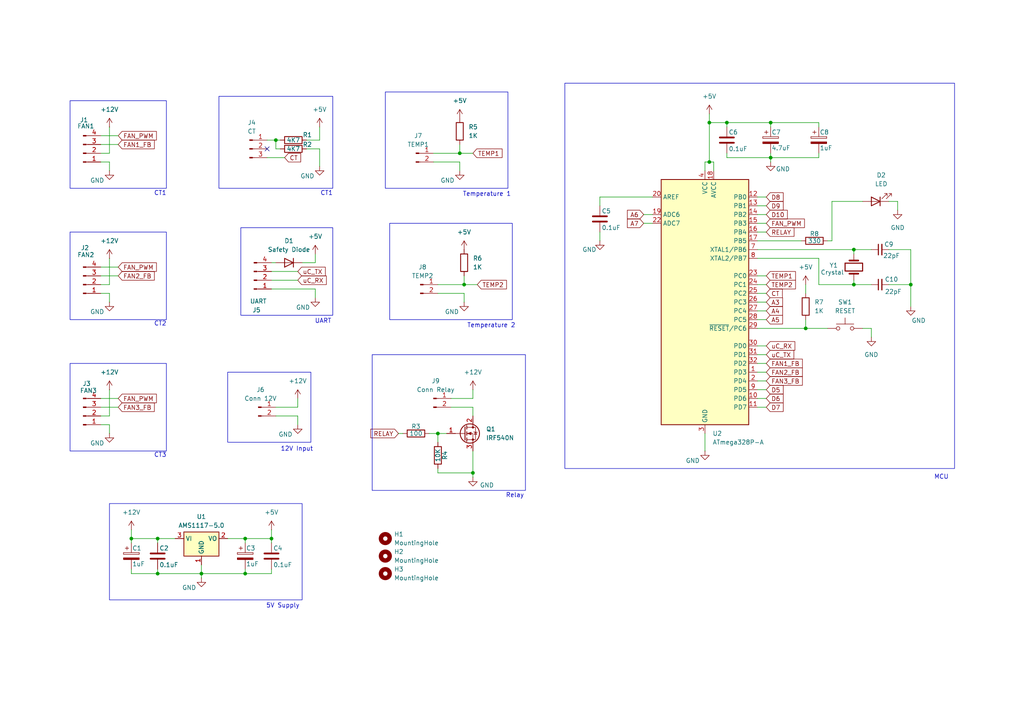
<source format=kicad_sch>
(kicad_sch (version 20231120) (generator "eeschema") (generator_version "8.0")
  (paper "A4")
  (lib_symbols
    (symbol "Connector:Conn_01x02_Pin" (pin_names (offset 1.016) hide)
      (property "Reference" "J" (at 0 2.54 0))
      (property "Value" "Conn_01x02_Pin" (at 0 -5.08 0))
      (symbol "Conn_01x02_Pin_1_1"
        (polyline (pts (xy 1.27 -2.54) (xy 0.8636 -2.54)) (stroke (width 0.1524)))
        (polyline (pts (xy 1.27 0) (xy 0.8636 0)) (stroke (width 0.1524)))
        (rectangle (start 0.8636 -2.413) (end 0 -2.667) (stroke (width 0.1524)) (fill (type outline)))
        (rectangle (start 0.8636 0.127) (end 0 -0.127) (stroke (width 0.1524)) (fill (type outline)))
        (pin passive line (at 5.08 0 180) (length 3.81) (name "Pin_1") (number "1"))
        (pin passive line (at 5.08 -2.54 180) (length 3.81) (name "Pin_2") (number "2"))
      )
    )
    (symbol "Connector:Conn_01x03_Pin" (pin_names (offset 1.016) hide)
      (property "Reference" "J" (at 0 5.08 0))
      (property "Value" "Conn_01x03_Pin" (at 0 -5.08 0))
      (symbol "Conn_01x03_Pin_1_1"
        (polyline (pts (xy 1.27 -2.54) (xy 0.8636 -2.54)) (stroke (width 0.1524)))
        (polyline (pts (xy 1.27 0) (xy 0.8636 0)) (stroke (width 0.1524)))
        (polyline (pts (xy 1.27 2.54) (xy 0.8636 2.54)) (stroke (width 0.1524)))
        (rectangle (start 0.8636 -2.413) (end 0 -2.667) (stroke (width 0.1524)) (fill (type outline)))
        (rectangle (start 0.8636 0.127) (end 0 -0.127) (stroke (width 0.1524)) (fill (type outline)))
        (rectangle (start 0.8636 2.667) (end 0 2.413) (stroke (width 0.1524)) (fill (type outline)))
        (pin passive line (at 5.08 2.54 180) (length 3.81) (name "Pin_1") (number "1"))
        (pin passive line (at 5.08 0 180) (length 3.81) (name "Pin_2") (number "2"))
        (pin passive line (at 5.08 -2.54 180) (length 3.81) (name "Pin_3") (number "3"))
      )
    )
    (symbol "Connector:Conn_01x04_Pin" (pin_names (offset 1.016) hide)
      (property "Reference" "J" (at 0 5.08 0))
      (property "Value" "Conn_01x04_Pin" (at 0 -7.62 0))
      (symbol "Conn_01x04_Pin_1_1"
        (polyline (pts (xy 1.27 -5.08) (xy 0.8636 -5.08)) (stroke (width 0.1524)))
        (polyline (pts (xy 1.27 -2.54) (xy 0.8636 -2.54)) (stroke (width 0.1524)))
        (polyline (pts (xy 1.27 0) (xy 0.8636 0)) (stroke (width 0.1524)))
        (polyline (pts (xy 1.27 2.54) (xy 0.8636 2.54)) (stroke (width 0.1524)))
        (rectangle (start 0.8636 -4.953) (end 0 -5.207) (stroke (width 0.1524)) (fill (type outline)))
        (rectangle (start 0.8636 -2.413) (end 0 -2.667) (stroke (width 0.1524)) (fill (type outline)))
        (rectangle (start 0.8636 0.127) (end 0 -0.127) (stroke (width 0.1524)) (fill (type outline)))
        (rectangle (start 0.8636 2.667) (end 0 2.413) (stroke (width 0.1524)) (fill (type outline)))
        (pin passive line (at 5.08 2.54 180) (length 3.81) (name "Pin_1") (number "1"))
        (pin passive line (at 5.08 0 180) (length 3.81) (name "Pin_2") (number "2"))
        (pin passive line (at 5.08 -2.54 180) (length 3.81) (name "Pin_3") (number "3"))
        (pin passive line (at 5.08 -5.08 180) (length 3.81) (name "Pin_4") (number "4"))
      )
    )
    (symbol "Device:C" (pin_numbers hide) (pin_names (offset 0.254))
      (property "Reference" "C" (at 0.635 2.54 0))
      (property "Value" "C" (at 0.635 -2.54 0))
      (symbol "C_0_1"
        (polyline (pts (xy -2.032 -0.762) (xy 2.032 -0.762)) (stroke (width 0.508)))
        (polyline (pts (xy -2.032 0.762) (xy 2.032 0.762)) (stroke (width 0.508)))
      )
      (symbol "C_1_1"
        (pin passive line (at 0 3.81 270) (length 2.794) (name "~") (number "1"))
        (pin passive line (at 0 -3.81 90) (length 2.794) (name "~") (number "2"))
      )
    )
    (symbol "Device:C_Polarized" (pin_numbers hide) (pin_names (offset 0.254))
      (property "Reference" "C" (at 0.635 2.54 0))
      (property "Value" "C_Polarized" (at 0.635 -2.54 0))
      (symbol "C_Polarized_0_1"
        (rectangle (start -2.286 0.508) (end 2.286 1.016))
        (polyline (pts (xy -1.778 2.286) (xy -0.762 2.286)))
        (polyline (pts (xy -1.27 2.794) (xy -1.27 1.778)))
        (rectangle (start 2.286 -0.508) (end -2.286 -1.016) (fill (type outline)))
      )
      (symbol "C_Polarized_1_1"
        (pin passive line (at 0 3.81 270) (length 2.794) (name "~") (number "1"))
        (pin passive line (at 0 -3.81 90) (length 2.794) (name "~") (number "2"))
      )
    )
    (symbol "Device:C_Small" (pin_numbers hide) (pin_names (offset 0.254) hide)
      (property "Reference" "C" (at 0.254 1.778 0))
      (property "Value" "C_Small" (at 0.254 -2.032 0))
      (symbol "C_Small_0_1"
        (polyline (pts (xy -1.524 -0.508) (xy 1.524 -0.508)) (stroke (width 0.3302)))
        (polyline (pts (xy -1.524 0.508) (xy 1.524 0.508)) (stroke (width 0.3048)))
      )
      (symbol "C_Small_1_1"
        (pin passive line (at 0 2.54 270) (length 2.032) (name "~") (number "1"))
        (pin passive line (at 0 -2.54 90) (length 2.032) (name "~") (number "2"))
      )
    )
    (symbol "Device:Crystal" (pin_numbers hide) (pin_names (offset 1.016) hide)
      (property "Reference" "Y" (at 0 3.81 0))
      (property "Value" "Crystal" (at 0 -3.81 0))
      (symbol "Crystal_0_1"
        (rectangle (start -1.143 2.54) (end 1.143 -2.54) (stroke (width 0.3048)))
        (polyline (pts (xy -2.54 0) (xy -1.905 0)))
        (polyline (pts (xy -1.905 -1.27) (xy -1.905 1.27)) (stroke (width 0.508)))
        (polyline (pts (xy 1.905 -1.27) (xy 1.905 1.27)) (stroke (width 0.508)))
        (polyline (pts (xy 2.54 0) (xy 1.905 0)))
      )
      (symbol "Crystal_1_1"
        (pin passive line (at -3.81 0 0) (length 1.27) (name "1") (number "1"))
        (pin passive line (at 3.81 0 180) (length 1.27) (name "2") (number "2"))
      )
    )
    (symbol "Device:D" (pin_numbers hide) (pin_names (offset 1.016) hide)
      (property "Reference" "D" (at 0 2.54 0))
      (property "Value" "D" (at 0 -2.54 0))
      (symbol "D_0_1"
        (polyline (pts (xy -1.27 1.27) (xy -1.27 -1.27)) (stroke (width 0.254)))
        (polyline (pts (xy 1.27 0) (xy -1.27 0)))
        (polyline (pts (xy 1.27 1.27) (xy 1.27 -1.27) (xy -1.27 0) (xy 1.27 1.27)) (stroke (width 0.254)))
      )
      (symbol "D_1_1"
        (pin passive line (at -3.81 0 0) (length 2.54) (name "K") (number "1"))
        (pin passive line (at 3.81 0 180) (length 2.54) (name "A") (number "2"))
      )
    )
    (symbol "Device:LED" (pin_numbers hide) (pin_names (offset 1.016) hide)
      (property "Reference" "D" (at 0 2.54 0))
      (property "Value" "LED" (at 0 -2.54 0))
      (symbol "LED_0_1"
        (polyline (pts (xy -1.27 -1.27) (xy -1.27 1.27)) (stroke (width 0.254)))
        (polyline (pts (xy -1.27 0) (xy 1.27 0)))
        (polyline (pts (xy 1.27 -1.27) (xy 1.27 1.27) (xy -1.27 0) (xy 1.27 -1.27)) (stroke (width 0.254)))
        (polyline (pts (xy -3.048 -0.762) (xy -4.572 -2.286) (xy -3.81 -2.286) (xy -4.572 -2.286) (xy -4.572 -1.524)))
        (polyline (pts (xy -1.778 -0.762) (xy -3.302 -2.286) (xy -2.54 -2.286) (xy -3.302 -2.286) (xy -3.302 -1.524)))
      )
      (symbol "LED_1_1"
        (pin passive line (at -3.81 0 0) (length 2.54) (name "K") (number "1"))
        (pin passive line (at 3.81 0 180) (length 2.54) (name "A") (number "2"))
      )
    )
    (symbol "Device:R" (pin_numbers hide) (pin_names (offset 0))
      (property "Reference" "R" (at 2.032 0 90))
      (property "Value" "R" (at 0 0 90))
      (symbol "R_0_1"
        (rectangle (start -1.016 -2.54) (end 1.016 2.54) (stroke (width 0.254)))
      )
      (symbol "R_1_1"
        (pin passive line (at 0 3.81 270) (length 1.27) (name "~") (number "1"))
        (pin passive line (at 0 -3.81 90) (length 1.27) (name "~") (number "2"))
      )
    )
    (symbol "MCU_Microchip_ATmega:ATmega328P-A"
      (property "Reference" "U" (at -12.7 36.83 0))
      (property "Value" "ATmega328P-A" (at 2.54 -36.83 0))
      (symbol "ATmega328P-A_0_1"
        (rectangle (start -12.7 -35.56) (end 12.7 35.56) (stroke (width 0.254)) (fill (type background)))
      )
      (symbol "ATmega328P-A_1_1"
        (pin bidirectional line (at 15.24 -20.32 180) (length 2.54) (name "PD3") (number "1"))
        (pin bidirectional line (at 15.24 -27.94 180) (length 2.54) (name "PD6") (number "10"))
        (pin bidirectional line (at 15.24 -30.48 180) (length 2.54) (name "PD7") (number "11"))
        (pin bidirectional line (at 15.24 30.48 180) (length 2.54) (name "PB0") (number "12"))
        (pin bidirectional line (at 15.24 27.94 180) (length 2.54) (name "PB1") (number "13"))
        (pin bidirectional line (at 15.24 25.4 180) (length 2.54) (name "PB2") (number "14"))
        (pin bidirectional line (at 15.24 22.86 180) (length 2.54) (name "PB3") (number "15"))
        (pin bidirectional line (at 15.24 20.32 180) (length 2.54) (name "PB4") (number "16"))
        (pin bidirectional line (at 15.24 17.78 180) (length 2.54) (name "PB5") (number "17"))
        (pin power_in line (at 2.54 38.1 270) (length 2.54) (name "AVCC") (number "18"))
        (pin input line (at -15.24 25.4 0) (length 2.54) (name "ADC6") (number "19"))
        (pin bidirectional line (at 15.24 -22.86 180) (length 2.54) (name "PD4") (number "2"))
        (pin passive line (at -15.24 30.48 0) (length 2.54) (name "AREF") (number "20"))
        (pin passive line (at 0 -38.1 90) (length 2.54) hide (name "GND") (number "21"))
        (pin input line (at -15.24 22.86 0) (length 2.54) (name "ADC7") (number "22"))
        (pin bidirectional line (at 15.24 7.62 180) (length 2.54) (name "PC0") (number "23"))
        (pin bidirectional line (at 15.24 5.08 180) (length 2.54) (name "PC1") (number "24"))
        (pin bidirectional line (at 15.24 2.54 180) (length 2.54) (name "PC2") (number "25"))
        (pin bidirectional line (at 15.24 0 180) (length 2.54) (name "PC3") (number "26"))
        (pin bidirectional line (at 15.24 -2.54 180) (length 2.54) (name "PC4") (number "27"))
        (pin bidirectional line (at 15.24 -5.08 180) (length 2.54) (name "PC5") (number "28"))
        (pin bidirectional line (at 15.24 -7.62 180) (length 2.54) (name "~{RESET}/PC6") (number "29"))
        (pin power_in line (at 0 -38.1 90) (length 2.54) (name "GND") (number "3"))
        (pin bidirectional line (at 15.24 -12.7 180) (length 2.54) (name "PD0") (number "30"))
        (pin bidirectional line (at 15.24 -15.24 180) (length 2.54) (name "PD1") (number "31"))
        (pin bidirectional line (at 15.24 -17.78 180) (length 2.54) (name "PD2") (number "32"))
        (pin power_in line (at 0 38.1 270) (length 2.54) (name "VCC") (number "4"))
        (pin passive line (at 0 -38.1 90) (length 2.54) hide (name "GND") (number "5"))
        (pin passive line (at 0 38.1 270) (length 2.54) hide (name "VCC") (number "6"))
        (pin bidirectional line (at 15.24 15.24 180) (length 2.54) (name "XTAL1/PB6") (number "7"))
        (pin bidirectional line (at 15.24 12.7 180) (length 2.54) (name "XTAL2/PB7") (number "8"))
        (pin bidirectional line (at 15.24 -25.4 180) (length 2.54) (name "PD5") (number "9"))
      )
    )
    (symbol "Mechanical:MountingHole" (pin_names (offset 1.016)) (exclude_from_sim yes) (in_bom no)
      (property "Reference" "H" (at 0 5.08 0))
      (property "Value" "MountingHole" (at 0 3.175 0))
      (symbol "MountingHole_0_1"
        (circle (center 0 0) (radius 1.27) (stroke (width 1.27)))
      )
    )
    (symbol "Regulator_Linear:AMS1117-5.0"
      (property "Reference" "U" (at -3.81 3.175 0))
      (property "Value" "AMS1117-5.0" (at 0 3.175 0))
      (symbol "AMS1117-5.0_0_1"
        (rectangle (start -5.08 -5.08) (end 5.08 1.905) (stroke (width 0.254)) (fill (type background)))
      )
      (symbol "AMS1117-5.0_1_1"
        (pin power_in line (at 0 -7.62 90) (length 2.54) (name "GND") (number "1"))
        (pin power_out line (at 7.62 0 180) (length 2.54) (name "VO") (number "2"))
        (pin power_in line (at -7.62 0 0) (length 2.54) (name "VI") (number "3"))
      )
    )
    (symbol "Switch:SW_Push" (pin_numbers hide) (pin_names (offset 1.016) hide)
      (property "Reference" "SW" (at 1.27 2.54 0))
      (property "Value" "SW_Push" (at 0 -1.524 0))
      (symbol "SW_Push_0_1"
        (circle (center -2.032 0) (radius 0.508))
        (polyline (pts (xy 0 1.27) (xy 0 3.048)))
        (polyline (pts (xy 2.54 1.27) (xy -2.54 1.27)))
        (circle (center 2.032 0) (radius 0.508))
        (pin passive line (at -5.08 0 0) (length 2.54) (name "1") (number "1"))
        (pin passive line (at 5.08 0 180) (length 2.54) (name "2") (number "2"))
      )
    )
    (symbol "Transistor_FET:IRF540N" (pin_names hide)
      (property "Reference" "Q" (at 5.08 1.905 0))
      (property "Value" "IRF540N" (at 5.08 0 0))
      (symbol "IRF540N_0_1"
        (polyline (pts (xy 0.254 0) (xy -2.54 0)))
        (polyline (pts (xy 0.254 1.905) (xy 0.254 -1.905)) (stroke (width 0.254)))
        (polyline (pts (xy 0.762 -1.27) (xy 0.762 -2.286)) (stroke (width 0.254)))
        (polyline (pts (xy 0.762 0.508) (xy 0.762 -0.508)) (stroke (width 0.254)))
        (polyline (pts (xy 0.762 2.286) (xy 0.762 1.27)) (stroke (width 0.254)))
        (polyline (pts (xy 2.54 2.54) (xy 2.54 1.778)))
        (polyline (pts (xy 2.54 -2.54) (xy 2.54 0) (xy 0.762 0)))
        (polyline (pts (xy 0.762 -1.778) (xy 3.302 -1.778) (xy 3.302 1.778) (xy 0.762 1.778)))
        (polyline (pts (xy 1.016 0) (xy 2.032 0.381) (xy 2.032 -0.381) (xy 1.016 0)) (fill (type outline)))
        (polyline (pts (xy 2.794 0.508) (xy 2.921 0.381) (xy 3.683 0.381) (xy 3.81 0.254)))
        (polyline (pts (xy 3.302 0.381) (xy 2.921 -0.254) (xy 3.683 -0.254) (xy 3.302 0.381)))
        (circle (center 1.651 0) (radius 2.794) (stroke (width 0.254)))
        (circle (center 2.54 -1.778) (radius 0.254) (fill (type outline)))
        (circle (center 2.54 1.778) (radius 0.254) (fill (type outline)))
      )
      (symbol "IRF540N_1_1"
        (pin input line (at -5.08 0 0) (length 2.54) (name "G") (number "1"))
        (pin passive line (at 2.54 5.08 270) (length 2.54) (name "D") (number "2"))
        (pin passive line (at 2.54 -5.08 90) (length 2.54) (name "S") (number "3"))
      )
    )
    (symbol "power:+12V" (power) (pin_numbers hide) (pin_names (offset 0) hide)
      (property "Value" "+12V" (at 0 3.556 0))
      (symbol "+12V_0_1"
        (polyline (pts (xy -0.762 1.27) (xy 0 2.54)))
        (polyline (pts (xy 0 0) (xy 0 2.54)))
        (polyline (pts (xy 0 2.54) (xy 0.762 1.27)))
      )
      (symbol "+12V_1_1"
        (pin power_in line (at 0 0 90) (length 0) (name "~") (number "1"))
      )
    )
    (symbol "power:+5V" (power) (pin_numbers hide) (pin_names (offset 0) hide)
      (property "Value" "+5V" (at 0 3.556 0))
      (symbol "+5V_0_1"
        (polyline (pts (xy -0.762 1.27) (xy 0 2.54)))
        (polyline (pts (xy 0 0) (xy 0 2.54)))
        (polyline (pts (xy 0 2.54) (xy 0.762 1.27)))
      )
      (symbol "+5V_1_1"
        (pin power_in line (at 0 0 90) (length 0) (name "~") (number "1"))
      )
    )
    (symbol "power:GND" (power) (pin_numbers hide) (pin_names (offset 0) hide)
      (property "Value" "GND" (at 0 -3.81 0))
      (symbol "GND_0_1"
        (polyline (pts (xy 0 0) (xy 0 -1.27) (xy 1.27 -1.27) (xy 0 -2.54) (xy -1.27 -1.27) (xy 0 -1.27)))
      )
      (symbol "GND_1_1"
        (pin power_in line (at 0 0 270) (length 0) (name "~") (number "1"))
      )
    )
  )
  (junction (at 71.12 156.21))
  (junction (at 210.82 35.56))
  (junction (at 133.35 44.45))
  (junction (at 223.52 35.56))
  (junction (at 233.68 95.25))
  (junction (at 247.65 82.55))
  (junction (at 45.72 166.37))
  (junction (at 137.16 137.16))
  (junction (at 38.1 156.21))
  (junction (at 205.74 46.99))
  (junction (at 45.72 156.21))
  (junction (at 80.01 40.64))
  (junction (at 247.65 72.39))
  (junction (at 134.62 82.55))
  (junction (at 205.74 35.56))
  (junction (at 78.74 156.21))
  (junction (at 71.12 166.37))
  (junction (at 58.42 166.37))
  (junction (at 264.16 82.55))
  (junction (at 127 125.73))
  (junction (at 223.52 45.72))
  (no_connect (at 77.47 43.18))
  (wire (pts (xy 130.81 115.57) (xy 137.16 115.57)))
  (wire (pts (xy 77.47 45.72) (xy 82.55 45.72)))
  (wire (pts (xy 78.74 83.82) (xy 91.44 83.82)))
  (wire (pts (xy 210.82 35.56) (xy 210.82 36.83)))
  (wire (pts (xy 38.1 165.1) (xy 38.1 166.37)))
  (wire (pts (xy 91.44 76.2) (xy 87.63 76.2)))
  (wire (pts (xy 237.49 44.45) (xy 237.49 45.72)))
  (wire (pts (xy 29.21 115.57) (xy 34.29 115.57)))
  (wire (pts (xy 78.74 76.2) (xy 80.01 76.2)))
  (wire (pts (xy 223.52 36.83) (xy 223.52 35.56)))
  (wire (pts (xy 45.72 156.21) (xy 45.72 157.48)))
  (wire (pts (xy 86.36 118.11) (xy 86.36 115.57)))
  (wire (pts (xy 219.71 113.03) (xy 222.25 113.03)))
  (wire (pts (xy 257.81 72.39) (xy 264.16 72.39)))
  (wire (pts (xy 219.71 115.57) (xy 222.25 115.57)))
  (wire (pts (xy 31.75 44.45) (xy 29.21 44.45)))
  (wire (pts (xy 88.9 40.64) (xy 92.71 40.64)))
  (wire (pts (xy 125.73 46.99) (xy 133.35 46.99)))
  (wire (pts (xy 247.65 82.55) (xy 247.65 81.28)))
  (wire (pts (xy 173.99 59.69) (xy 173.99 57.15)))
  (wire (pts (xy 31.75 82.55) (xy 29.21 82.55)))
  (wire (pts (xy 223.52 35.56) (xy 210.82 35.56)))
  (wire (pts (xy 205.74 35.56) (xy 205.74 46.99)))
  (wire (pts (xy 134.62 85.09) (xy 134.62 87.63)))
  (wire (pts (xy 29.21 123.19) (xy 31.75 123.19)))
  (wire (pts (xy 219.71 90.17) (xy 222.25 90.17)))
  (wire (pts (xy 264.16 72.39) (xy 264.16 82.55)))
  (wire (pts (xy 127 82.55) (xy 134.62 82.55)))
  (wire (pts (xy 31.75 36.83) (xy 31.75 44.45)))
  (wire (pts (xy 127 125.73) (xy 129.54 125.73)))
  (wire (pts (xy 80.01 40.64) (xy 81.28 40.64)))
  (wire (pts (xy 237.49 36.83) (xy 237.49 35.56)))
  (wire (pts (xy 219.71 62.23) (xy 222.25 62.23)))
  (wire (pts (xy 29.21 77.47) (xy 34.29 77.47)))
  (wire (pts (xy 78.74 81.28) (xy 86.36 81.28)))
  (wire (pts (xy 173.99 57.15) (xy 189.23 57.15)))
  (wire (pts (xy 247.65 72.39) (xy 247.65 73.66)))
  (wire (pts (xy 219.71 67.31) (xy 222.25 67.31)))
  (wire (pts (xy 125.73 44.45) (xy 133.35 44.45)))
  (wire (pts (xy 31.75 85.09) (xy 31.75 87.63)))
  (wire (pts (xy 137.16 130.81) (xy 137.16 137.16)))
  (wire (pts (xy 205.74 33.02) (xy 205.74 35.56)))
  (wire (pts (xy 92.71 40.64) (xy 92.71 36.83)))
  (wire (pts (xy 233.68 95.25) (xy 240.03 95.25)))
  (wire (pts (xy 45.72 156.21) (xy 38.1 156.21)))
  (wire (pts (xy 92.71 43.18) (xy 92.71 48.26)))
  (wire (pts (xy 260.35 58.42) (xy 257.81 58.42)))
  (wire (pts (xy 133.35 46.99) (xy 133.35 49.53)))
  (wire (pts (xy 29.21 39.37) (xy 34.29 39.37)))
  (wire (pts (xy 80.01 118.11) (xy 86.36 118.11)))
  (wire (pts (xy 219.71 87.63) (xy 222.25 87.63)))
  (wire (pts (xy 204.47 46.99) (xy 205.74 46.99)))
  (wire (pts (xy 71.12 156.21) (xy 71.12 157.48)))
  (wire (pts (xy 210.82 45.72) (xy 223.52 45.72)))
  (wire (pts (xy 219.71 74.93) (xy 237.49 74.93)))
  (wire (pts (xy 233.68 82.55) (xy 233.68 85.09)))
  (wire (pts (xy 237.49 82.55) (xy 247.65 82.55)))
  (wire (pts (xy 219.71 59.69) (xy 222.25 59.69)))
  (wire (pts (xy 86.36 120.65) (xy 86.36 123.19)))
  (wire (pts (xy 31.75 120.65) (xy 29.21 120.65)))
  (wire (pts (xy 205.74 35.56) (xy 210.82 35.56)))
  (wire (pts (xy 29.21 80.01) (xy 34.29 80.01)))
  (wire (pts (xy 219.71 102.87) (xy 222.25 102.87)))
  (wire (pts (xy 223.52 45.72) (xy 237.49 45.72)))
  (wire (pts (xy 219.71 118.11) (xy 222.25 118.11)))
  (wire (pts (xy 223.52 44.45) (xy 223.52 45.72)))
  (wire (pts (xy 241.3 58.42) (xy 250.19 58.42)))
  (wire (pts (xy 78.74 78.74) (xy 86.36 78.74)))
  (wire (pts (xy 58.42 163.83) (xy 58.42 166.37)))
  (wire (pts (xy 219.71 85.09) (xy 222.25 85.09)))
  (wire (pts (xy 219.71 82.55) (xy 222.25 82.55)))
  (wire (pts (xy 38.1 156.21) (xy 38.1 157.48)))
  (wire (pts (xy 219.71 105.41) (xy 222.25 105.41)))
  (wire (pts (xy 204.47 125.73) (xy 204.47 130.81)))
  (wire (pts (xy 127 125.73) (xy 127 128.27)))
  (wire (pts (xy 241.3 58.42) (xy 241.3 69.85)))
  (wire (pts (xy 80.01 120.65) (xy 86.36 120.65)))
  (wire (pts (xy 77.47 40.64) (xy 80.01 40.64)))
  (wire (pts (xy 252.73 95.25) (xy 252.73 97.79)))
  (wire (pts (xy 137.16 115.57) (xy 137.16 113.03)))
  (wire (pts (xy 219.71 57.15) (xy 222.25 57.15)))
  (wire (pts (xy 130.81 118.11) (xy 137.16 118.11)))
  (wire (pts (xy 127 135.89) (xy 127 137.16)))
  (wire (pts (xy 45.72 166.37) (xy 58.42 166.37)))
  (wire (pts (xy 80.01 43.18) (xy 81.28 43.18)))
  (wire (pts (xy 38.1 166.37) (xy 45.72 166.37)))
  (wire (pts (xy 210.82 44.45) (xy 210.82 45.72)))
  (wire (pts (xy 78.74 153.67) (xy 78.74 156.21)))
  (wire (pts (xy 134.62 82.55) (xy 134.62 80.01)))
  (wire (pts (xy 260.35 60.96) (xy 260.35 58.42)))
  (wire (pts (xy 78.74 166.37) (xy 71.12 166.37)))
  (wire (pts (xy 137.16 137.16) (xy 137.16 138.43)))
  (wire (pts (xy 80.01 40.64) (xy 80.01 43.18)))
  (wire (pts (xy 257.81 82.55) (xy 264.16 82.55)))
  (wire (pts (xy 91.44 83.82) (xy 91.44 86.36)))
  (wire (pts (xy 124.46 125.73) (xy 127 125.73)))
  (wire (pts (xy 219.71 72.39) (xy 247.65 72.39)))
  (wire (pts (xy 31.75 113.03) (xy 31.75 120.65)))
  (wire (pts (xy 134.62 82.55) (xy 138.43 82.55)))
  (wire (pts (xy 219.71 64.77) (xy 222.25 64.77)))
  (wire (pts (xy 29.21 118.11) (xy 34.29 118.11)))
  (wire (pts (xy 88.9 43.18) (xy 92.71 43.18)))
  (wire (pts (xy 31.75 46.99) (xy 31.75 49.53)))
  (wire (pts (xy 133.35 44.45) (xy 133.35 41.91)))
  (wire (pts (xy 78.74 156.21) (xy 78.74 157.48)))
  (wire (pts (xy 219.71 92.71) (xy 222.25 92.71)))
  (wire (pts (xy 29.21 41.91) (xy 34.29 41.91)))
  (wire (pts (xy 29.21 85.09) (xy 31.75 85.09)))
  (wire (pts (xy 31.75 74.93) (xy 31.75 82.55)))
  (wire (pts (xy 205.74 46.99) (xy 207.01 46.99)))
  (wire (pts (xy 91.44 73.66) (xy 91.44 76.2)))
  (wire (pts (xy 71.12 165.1) (xy 71.12 166.37)))
  (wire (pts (xy 115.57 125.73) (xy 116.84 125.73)))
  (wire (pts (xy 127 85.09) (xy 134.62 85.09)))
  (wire (pts (xy 137.16 118.11) (xy 137.16 120.65)))
  (wire (pts (xy 219.71 69.85) (xy 232.41 69.85)))
  (wire (pts (xy 38.1 156.21) (xy 38.1 153.67)))
  (wire (pts (xy 204.47 49.53) (xy 204.47 46.99)))
  (wire (pts (xy 50.8 156.21) (xy 45.72 156.21)))
  (wire (pts (xy 66.04 156.21) (xy 71.12 156.21)))
  (wire (pts (xy 29.21 46.99) (xy 31.75 46.99)))
  (wire (pts (xy 223.52 45.72) (xy 223.52 46.99)))
  (wire (pts (xy 219.71 100.33) (xy 222.25 100.33)))
  (wire (pts (xy 186.69 64.77) (xy 189.23 64.77)))
  (wire (pts (xy 186.69 62.23) (xy 189.23 62.23)))
  (wire (pts (xy 71.12 166.37) (xy 58.42 166.37)))
  (wire (pts (xy 241.3 69.85) (xy 240.03 69.85)))
  (wire (pts (xy 31.75 123.19) (xy 31.75 125.73)))
  (wire (pts (xy 219.71 80.01) (xy 222.25 80.01)))
  (wire (pts (xy 133.35 44.45) (xy 137.16 44.45)))
  (wire (pts (xy 247.65 82.55) (xy 252.73 82.55)))
  (wire (pts (xy 58.42 166.37) (xy 58.42 167.64)))
  (wire (pts (xy 247.65 72.39) (xy 252.73 72.39)))
  (wire (pts (xy 237.49 74.93) (xy 237.49 82.55)))
  (wire (pts (xy 233.68 92.71) (xy 233.68 95.25)))
  (wire (pts (xy 264.16 82.55) (xy 264.16 88.9)))
  (wire (pts (xy 207.01 46.99) (xy 207.01 49.53)))
  (wire (pts (xy 250.19 95.25) (xy 252.73 95.25)))
  (wire (pts (xy 219.71 107.95) (xy 222.25 107.95)))
  (wire (pts (xy 45.72 165.1) (xy 45.72 166.37)))
  (wire (pts (xy 237.49 35.56) (xy 223.52 35.56)))
  (wire (pts (xy 219.71 95.25) (xy 233.68 95.25)))
  (wire (pts (xy 219.71 110.49) (xy 222.25 110.49)))
  (wire (pts (xy 78.74 165.1) (xy 78.74 166.37)))
  (wire (pts (xy 127 137.16) (xy 137.16 137.16)))
  (wire (pts (xy 71.12 156.21) (xy 78.74 156.21)))
  (wire (pts (xy 173.99 67.31) (xy 173.99 69.85)))
  (rectangle (start 31.75 146.05) (end 87.63 173.99))
  (rectangle (start 66.04 107.95) (end 90.17 128.27))
  (rectangle (start 69.85 66.04) (end 96.52 91.44))
  (rectangle (start 20.32 29.21) (end 48.26 54.61))
  (rectangle (start 20.32 105.41) (end 48.26 130.81))
  (rectangle (start 63.5 27.94) (end 96.52 54.61))
  (rectangle (start 107.95 102.87) (end 152.4 142.24))
  (rectangle (start 20.32 67.31) (end 48.26 92.71))
  (rectangle (start 111.76 26.67) (end 147.32 54.61))
  (rectangle (start 113.03 64.77) (end 148.59 92.71))
  (rectangle (start 163.83 24.13) (end 276.86 135.89))
  (text "CT2" (at 46.482 93.98 0) (effects (font (size 1.27 1.27))))
  (text "CT1" (at 94.742 56.134 0) (effects (font (size 1.27 1.27))))
  (text "Temperature 1" (at 141.224 56.388 0) (effects (font (size 1.27 1.27))))
  (text "12V Input" (at 86.106 130.302 0) (effects (font (size 1.27 1.27))))
  (text "CT3" (at 46.482 132.08 0) (effects (font (size 1.27 1.27))))
  (text "UART" (at 93.726 93.218 0) (effects (font (size 1.27 1.27))))
  (text "CT1" (at 46.482 56.134 0) (effects (font (size 1.27 1.27))))
  (text "Relay" (at 149.352 143.764 0) (effects (font (size 1.27 1.27))))
  (text "Temperature 2" (at 142.494 94.488 0) (effects (font (size 1.27 1.27))))
  (text "5V Supply" (at 82.042 175.768 0) (effects (font (size 1.27 1.27))))
  (text "MCU" (at 273.05 138.43 0) (effects (font (size 1.27 1.27))))
  (global_label "CT" (shape input) (at 82.55 45.72 0) (property "Intersheetrefs" "${INTERSHEET_REFS}" (effects (hide yes))))
  (global_label "A5" (shape input) (at 222.25 92.71 0) (property "Intersheetrefs" "${INTERSHEET_REFS}" (effects (hide yes))))
  (global_label "CT" (shape input) (at 222.25 85.09 0) (property "Intersheetrefs" "${INTERSHEET_REFS}" (effects (hide yes))))
  (global_label "A4" (shape input) (at 222.25 90.17 0) (property "Intersheetrefs" "${INTERSHEET_REFS}" (effects (hide yes))))
  (global_label "FAN_PWM" (shape input) (at 34.29 77.47 0) (property "Intersheetrefs" "${INTERSHEET_REFS}" (effects (hide yes))))
  (global_label "uC_TX" (shape input) (at 222.25 102.87 0) (property "Intersheetrefs" "${INTERSHEET_REFS}" (effects (hide yes))))
  (global_label "D7" (shape input) (at 222.25 118.11 0) (property "Intersheetrefs" "${INTERSHEET_REFS}" (effects (hide yes))))
  (global_label "D10" (shape input) (at 222.25 62.23 0) (property "Intersheetrefs" "${INTERSHEET_REFS}" (effects (hide yes))))
  (global_label "D8" (shape input) (at 222.25 57.15 0) (property "Intersheetrefs" "${INTERSHEET_REFS}" (effects (hide yes))))
  (global_label "FAN3_FB" (shape input) (at 34.29 118.11 0) (property "Intersheetrefs" "${INTERSHEET_REFS}" (effects (hide yes))))
  (global_label "RELAY" (shape input) (at 115.57 125.73 180) (property "Intersheetrefs" "${INTERSHEET_REFS}" (effects (hide yes))))
  (global_label "FAN2_FB" (shape input) (at 222.25 107.95 0) (property "Intersheetrefs" "${INTERSHEET_REFS}" (effects (hide yes))))
  (global_label "FAN1_FB" (shape input) (at 34.29 41.91 0) (property "Intersheetrefs" "${INTERSHEET_REFS}" (effects (hide yes))))
  (global_label "TEMP1" (shape input) (at 222.25 80.01 0) (property "Intersheetrefs" "${INTERSHEET_REFS}" (effects (hide yes))))
  (global_label "FAN2_FB" (shape input) (at 34.29 80.01 0) (property "Intersheetrefs" "${INTERSHEET_REFS}" (effects (hide yes))))
  (global_label "A3" (shape input) (at 222.25 87.63 0) (property "Intersheetrefs" "${INTERSHEET_REFS}" (effects (hide yes))))
  (global_label "TEMP2" (shape input) (at 222.25 82.55 0) (property "Intersheetrefs" "${INTERSHEET_REFS}" (effects (hide yes))))
  (global_label "TEMP1" (shape input) (at 137.16 44.45 0) (property "Intersheetrefs" "${INTERSHEET_REFS}" (effects (hide yes))))
  (global_label "FAN_PWM" (shape input) (at 34.29 115.57 0) (property "Intersheetrefs" "${INTERSHEET_REFS}" (effects (hide yes))))
  (global_label "A7" (shape input) (at 186.69 64.77 180) (property "Intersheetrefs" "${INTERSHEET_REFS}" (effects (hide yes))))
  (global_label "FAN3_FB" (shape input) (at 222.25 110.49 0) (property "Intersheetrefs" "${INTERSHEET_REFS}" (effects (hide yes))))
  (global_label "D9" (shape input) (at 222.25 59.69 0) (property "Intersheetrefs" "${INTERSHEET_REFS}" (effects (hide yes))))
  (global_label "uC_RX" (shape input) (at 222.25 100.33 0) (property "Intersheetrefs" "${INTERSHEET_REFS}" (effects (hide yes))))
  (global_label "FAN_PWM" (shape input) (at 34.29 39.37 0) (property "Intersheetrefs" "${INTERSHEET_REFS}" (effects (hide yes))))
  (global_label "A6" (shape input) (at 186.69 62.23 180) (property "Intersheetrefs" "${INTERSHEET_REFS}" (effects (hide yes))))
  (global_label "FAN1_FB" (shape input) (at 222.25 105.41 0) (property "Intersheetrefs" "${INTERSHEET_REFS}" (effects (hide yes))))
  (global_label "RELAY" (shape input) (at 222.25 67.31 0) (property "Intersheetrefs" "${INTERSHEET_REFS}" (effects (hide yes))))
  (global_label "TEMP2" (shape input) (at 138.43 82.55 0) (property "Intersheetrefs" "${INTERSHEET_REFS}" (effects (hide yes))))
  (global_label "D6" (shape input) (at 222.25 115.57 0) (property "Intersheetrefs" "${INTERSHEET_REFS}" (effects (hide yes))))
  (global_label "uC_RX" (shape input) (at 86.36 81.28 0) (property "Intersheetrefs" "${INTERSHEET_REFS}" (effects (hide yes))))
  (global_label "uC_TX" (shape input) (at 86.36 78.74 0) (property "Intersheetrefs" "${INTERSHEET_REFS}" (effects (hide yes))))
  (global_label "FAN_PWM" (shape input) (at 222.25 64.77 0) (property "Intersheetrefs" "${INTERSHEET_REFS}" (effects (hide yes))))
  (global_label "D5" (shape input) (at 222.25 113.03 0) (property "Intersheetrefs" "${INTERSHEET_REFS}" (effects (hide yes))))
  (symbol (lib_id "power:GND") (at 252.73 97.79 0) (unit 1)
    (property "Reference" "#PWR027" (effects (hide yes)))
    (property "Value" "GND" (at 252.73 102.87 0))
    (property "Description" "Power symbol creates a global label with name \"GND\" , ground" (effects (hide yes)))
  )
  (symbol (lib_id "power:+5V") (at 133.35 34.29 0) (unit 1)
    (property "Reference" "#PWR016" (effects (hide yes)))
    (property "Value" "+5V" (at 133.35 29.21 0))
    (property "Description" "Power symbol creates a global label with name \"+5V\"" (effects (hide yes)))
  )
  (symbol (lib_id "power:+12V") (at 38.1 153.67 0) (unit 1)
    (property "Reference" "#PWR07" (effects (hide yes)))
    (property "Value" "+12V" (at 38.1 148.59 0))
    (property "Description" "Power symbol creates a global label with name \"+12V\"" (effects (hide yes)))
  )
  (symbol (lib_id "Device:C_Small") (at 255.27 82.55 90) (unit 1)
    (property "Reference" "C10" (at 258.572 81.026 90))
    (property "Value" "22pF" (at 259.08 84.582 90))
    (property "Footprint" "Capacitor_SMD:C_0603_1608Metric_Pad1.08x0.95mm_HandSolder" (effects (hide yes)))
    (property "Description" "Unpolarized capacitor, small symbol" (effects (hide yes)))
    (property "LCSC PN" "C105620" (effects (hide yes)))
    (property "Manufacturer" "YAGEO" (effects (hide yes)))
    (property "Mfg PN" "CC0603JRNPO9BN220" (effects (hide yes)))
  )
  (symbol (lib_id "Device:C_Polarized") (at 71.12 161.29 0) (unit 1)
    (property "Reference" "C3" (at 71.374 159.004 0) (effects (justify left)))
    (property "Value" "1uF" (at 71.374 163.576 0) (effects (justify left)))
    (property "Footprint" "Capacitor_SMD:C_0603_1608Metric_Pad1.08x0.95mm_HandSolder" (effects (hide yes)))
    (property "Description" "Polarized capacitor" (effects (hide yes)))
    (property "LCSC PN" "C14664" (effects (hide yes)))
    (property "Manufacturer" "YAGEO" (effects (hide yes)))
    (property "Mfg PN" "CC0603KRX5R8BB105" (effects (hide yes)))
  )
  (symbol (lib_id "Device:C_Polarized") (at 237.49 40.64 0) (unit 1)
    (property "Reference" "C8" (at 237.744 38.354 0) (effects (justify left)))
    (property "Value" "1uF" (at 237.744 42.926 0) (effects (justify left)))
    (property "Footprint" "Capacitor_SMD:C_0603_1608Metric_Pad1.08x0.95mm_HandSolder" (effects (hide yes)))
    (property "Description" "Polarized capacitor" (effects (hide yes)))
    (property "LCSC PN" "C14664" (effects (hide yes)))
    (property "Manufacturer" "YAGEO" (effects (hide yes)))
    (property "Mfg PN" "CC0603KRX5R8BB105" (effects (hide yes)))
  )
  (symbol (lib_id "power:+12V") (at 31.75 74.93 0) (unit 1)
    (property "Reference" "#PWR03" (effects (hide yes)))
    (property "Value" "+12V" (at 31.75 69.85 0))
    (property "Description" "Power symbol creates a global label with name \"+12V\"" (effects (hide yes)))
  )
  (symbol (lib_id "MCU_Microchip_ATmega:ATmega328P-A") (at 204.47 87.63 0) (unit 1)
    (property "Reference" "U2" (at 206.6641 125.73 0) (effects (justify left)))
    (property "Value" "ATmega328P-A" (at 206.6641 128.27 0) (effects (justify left)))
    (property "Footprint" "Package_QFP:TQFP-32_7x7mm_P0.8mm" (effects (hide yes)))
    (property "Datasheet" "http://ww1.microchip.com/downloads/en/DeviceDoc/ATmega328_P%20AVR%20MCU%20with%20picoPower%20Technology%20Data%20Sheet%2040001984A.pdf" (effects (hide yes)))
    (property "Description" "20MHz, 32kB Flash, 2kB SRAM, 1kB EEPROM, TQFP-32" (effects (hide yes)))
    (property "LCSC PN" "C14877" (effects (hide yes)))
    (property "Manufacturer" " Microchip Tech" (effects (hide yes)))
    (property "Mfg PN" "ATmega328P-A" (effects (hide yes)))
  )
  (symbol (lib_id "power:GND") (at 260.35 60.96 0) (unit 1)
    (property "Reference" "#PWR028" (effects (hide yes)))
    (property "Value" "GND" (at 260.35 66.04 0))
    (property "Description" "Power symbol creates a global label with name \"GND\" , ground" (effects (hide yes)))
  )
  (symbol (lib_id "Connector:Conn_01x02_Pin") (at 125.73 115.57 0) (unit 1)
    (property "Reference" "J9" (at 126.365 110.49 0))
    (property "Value" "Conn Relay" (at 126.365 113.03 0))
    (property "Footprint" "TerminalBlock:TerminalBlock_bornier-2_P5.08mm" (effects (hide yes)))
    (property "Description" "Generic connector, single row, 01x02, script generated" (effects (hide yes)))
    (property "LCSC PN" " C8465" (effects (hide yes)))
    (property "Manufacturer" " Ningbo Kangnex Elec" (effects (hide yes)))
    (property "Mfg PN" " WJ500V-5.08-2P" (effects (hide yes)))
  )
  (symbol (lib_id "Connector:Conn_01x04_Pin") (at 73.66 81.28 0) (mirror x) (unit 1)
    (property "Reference" "J5" (at 74.422 89.916 0))
    (property "Value" "UART" (at 74.93 87.376 0))
    (property "Footprint" "Connector_JST:JST_XH_B4B-XH-A_1x04_P2.50mm_Vertical" (effects (hide yes)))
    (property "Description" "Generic connector, single row, 01x04, script generated" (effects (hide yes)))
    (property "LCSC PN" "C2908613" (effects (hide yes)))
    (property "Manufacturer" "HCTL" (effects (hide yes)))
    (property "Mfg PN" "XH-4AW" (effects (hide yes)))
  )
  (symbol (lib_id "Connector:Conn_01x04_Pin") (at 24.13 82.55 0) (mirror x) (unit 1)
    (property "Reference" "J2" (at 24.638 71.882 0))
    (property "Value" "FAN2" (at 24.892 73.914 0))
    (property "Footprint" "Connector_Molex:Molex_KK-254_AE-6410-04A_1x04_P2.54mm_Vertical" (effects (hide yes)))
    (property "Description" "Generic connector, single row, 01x04, script generated" (effects (hide yes)))
    (property "LCSC PN" "C240840" (effects (hide yes)))
    (property "Manufacturer" "Molex" (effects (hide yes)))
    (property "Mfg PN" "470531000" (effects (hide yes)))
  )
  (symbol (lib_id "Mechanical:MountingHole") (at 111.76 166.37 0) (unit 1) (exclude_from_sim yes) (in_bom no)
    (property "Reference" "H3" (at 114.3 165.0999 0) (effects (justify left)))
    (property "Value" "MountingHole" (at 114.3 167.6399 0) (effects (justify left)))
    (property "Footprint" "MountingHole:MountingHole_3.2mm_M3" (effects (hide yes)))
    (property "Description" "Mounting Hole without connection" (effects (hide yes)))
    (property "LCSC PN" "C7429633" (effects (hide yes)))
    (property "Manufacturer" "Megastar" (effects (hide yes)))
    (property "Mfg PN" "ZX-XH2.54-3PZZ" (effects (hide yes)))
  )
  (symbol (lib_id "power:GND") (at 204.47 130.81 0) (unit 1)
    (property "Reference" "#PWR023" (effects (hide yes)))
    (property "Value" "GND" (at 200.914 133.604 0))
    (property "Description" "Power symbol creates a global label with name \"GND\" , ground" (effects (hide yes)))
  )
  (symbol (lib_id "power:GND") (at 31.75 125.73 0) (unit 1)
    (property "Reference" "#PWR06" (effects (hide yes)))
    (property "Value" "GND" (at 28.194 128.524 0))
    (property "Description" "Power symbol creates a global label with name \"GND\" , ground" (effects (hide yes)))
  )
  (symbol (lib_id "power:+5V") (at 233.68 82.55 0) (unit 1)
    (property "Reference" "#PWR026" (effects (hide yes)))
    (property "Value" "+5V" (at 233.68 77.47 0))
    (property "Description" "Power symbol creates a global label with name \"+5V\"" (effects (hide yes)))
  )
  (symbol (lib_id "power:GND") (at 137.16 138.43 0) (unit 1)
    (property "Reference" "#PWR021" (effects (hide yes)))
    (property "Value" "GND" (at 141.224 140.716 0))
    (property "Description" "Power symbol creates a global label with name \"GND\" , ground" (effects (hide yes)))
  )
  (symbol (lib_id "power:+5V") (at 78.74 153.67 0) (unit 1)
    (property "Reference" "#PWR09" (effects (hide yes)))
    (property "Value" "+5V" (at 78.74 148.59 0))
    (property "Description" "Power symbol creates a global label with name \"+5V\"" (effects (hide yes)))
  )
  (symbol (lib_id "Device:R") (at 120.65 125.73 90) (unit 1)
    (property "Reference" "R3" (at 120.65 123.698 90))
    (property "Value" "100" (at 120.65 125.73 90))
    (property "Footprint" "Resistor_SMD:R_0603_1608Metric_Pad0.98x0.95mm_HandSolder" (effects (hide yes)))
    (property "Description" "Resistor" (effects (hide yes)))
    (property "LCSC PN" "C105588" (effects (hide yes)))
    (property "Manufacturer" "YAGEO" (effects (hide yes)))
    (property "Mfg PN" "RC0603FR-07100RL" (effects (hide yes)))
  )
  (symbol (lib_id "Device:R") (at 236.22 69.85 90) (unit 1)
    (property "Reference" "R8" (at 236.22 67.818 90))
    (property "Value" "330" (at 236.22 69.85 90))
    (property "Footprint" "Resistor_SMD:R_0603_1608Metric_Pad0.98x0.95mm_HandSolder" (effects (hide yes)))
    (property "Description" "Resistor" (effects (hide yes)))
    (property "LCSC PN" "C105881" (effects (hide yes)))
    (property "Manufacturer" "YAGEO" (effects (hide yes)))
    (property "Mfg PN" "RC0603FR-07330RL" (effects (hide yes)))
  )
  (symbol (lib_id "Mechanical:MountingHole") (at 111.76 156.21 0) (unit 1) (exclude_from_sim yes) (in_bom no)
    (property "Reference" "H1" (at 114.3 154.9399 0) (effects (justify left)))
    (property "Value" "MountingHole" (at 114.3 157.4799 0) (effects (justify left)))
    (property "Footprint" "MountingHole:MountingHole_3.2mm_M3" (effects (hide yes)))
    (property "Description" "Mounting Hole without connection" (effects (hide yes)))
    (property "LCSC PN" "C7429633" (effects (hide yes)))
    (property "Manufacturer" "Megastar" (effects (hide yes)))
    (property "Mfg PN" "ZX-XH2.54-3PZZ" (effects (hide yes)))
  )
  (symbol (lib_id "Device:LED") (at 254 58.42 180) (unit 1)
    (property "Reference" "D2" (at 255.5875 50.8 0))
    (property "Value" "LED" (at 255.5875 53.34 0))
    (property "Footprint" "LED_SMD:LED_0603_1608Metric_Pad1.05x0.95mm_HandSolder" (effects (hide yes)))
    (property "Description" "Light emitting diode" (effects (hide yes)))
    (property "LCSC PN" "C125093" (effects (hide yes)))
    (property "Manufacturer" "Lite_On" (effects (hide yes)))
    (property "Mfg PN" "LTST-C190GKT" (effects (hide yes)))
  )
  (symbol (lib_id "power:+12V") (at 86.36 115.57 0) (unit 1)
    (property "Reference" "#PWR010" (effects (hide yes)))
    (property "Value" "+12V" (at 86.36 110.49 0))
    (property "Description" "Power symbol creates a global label with name \"+12V\"" (effects (hide yes)))
  )
  (symbol (lib_id "Device:C") (at 45.72 161.29 0) (unit 1)
    (property "Reference" "C2" (at 46.228 159.004 0) (effects (justify left)))
    (property "Value" "0.1uF" (at 46.228 163.83 0) (effects (justify left)))
    (property "Footprint" "Capacitor_SMD:C_0603_1608Metric_Pad1.08x0.95mm_HandSolder" (effects (hide yes)))
    (property "Description" "Unpolarized capacitor" (effects (hide yes)))
    (property "LCSC PN" "C92490" (effects (hide yes)))
    (property "Manufacturer" "YAGEO" (effects (hide yes)))
    (property "Mfg PN" "CC0603KRX7R8BB104" (effects (hide yes)))
  )
  (symbol (lib_id "power:GND") (at 134.62 87.63 0) (unit 1)
    (property "Reference" "#PWR019" (effects (hide yes)))
    (property "Value" "GND" (at 131.064 90.424 0))
    (property "Description" "Power symbol creates a global label with name \"GND\" , ground" (effects (hide yes)))
  )
  (symbol (lib_id "power:GND") (at 133.35 49.53 0) (unit 1)
    (property "Reference" "#PWR017" (effects (hide yes)))
    (property "Value" "GND" (at 129.794 52.324 0))
    (property "Description" "Power symbol creates a global label with name \"GND\" , ground" (effects (hide yes)))
  )
  (symbol (lib_id "power:+12V") (at 31.75 36.83 0) (unit 1)
    (property "Reference" "#PWR01" (effects (hide yes)))
    (property "Value" "+12V" (at 31.75 31.75 0))
    (property "Description" "Power symbol creates a global label with name \"+12V\"" (effects (hide yes)))
  )
  (symbol (lib_id "Device:R") (at 85.09 40.64 90) (unit 1)
    (property "Reference" "R1" (at 89.154 39.116 90))
    (property "Value" "4K7" (at 85.09 40.64 90))
    (property "Footprint" "Resistor_SMD:R_0603_1608Metric_Pad0.98x0.95mm_HandSolder" (effects (hide yes)))
    (property "Description" "Resistor" (effects (hide yes)))
    (property "LCSC PN" "C99782" (effects (hide yes)))
    (property "Manufacturer" "YAGEO" (effects (hide yes)))
    (property "Mfg PN" "RC0603FR-074K7L" (effects (hide yes)))
  )
  (symbol (lib_id "Connector:Conn_01x04_Pin") (at 24.13 120.65 0) (mirror x) (unit 1)
    (property "Reference" "J3" (at 25.146 111.252 0))
    (property "Value" "FAN3" (at 25.654 113.284 0))
    (property "Footprint" "Connector_Molex:Molex_KK-254_AE-6410-04A_1x04_P2.54mm_Vertical" (effects (hide yes)))
    (property "Description" "Generic connector, single row, 01x04, script generated" (effects (hide yes)))
    (property "LCSC PN" "C240840" (effects (hide yes)))
    (property "Manufacturer" "Molex" (effects (hide yes)))
    (property "Mfg PN" "470531000" (effects (hide yes)))
  )
  (symbol (lib_id "power:GND") (at 92.71 48.26 0) (unit 1)
    (property "Reference" "#PWR015" (effects (hide yes)))
    (property "Value" "GND" (at 89.154 51.054 0))
    (property "Description" "Power symbol creates a global label with name \"GND\" , ground" (effects (hide yes)))
  )
  (symbol (lib_id "Device:R") (at 233.68 88.9 0) (unit 1)
    (property "Reference" "R7" (at 236.22 87.6299 0) (effects (justify left)))
    (property "Value" "1K" (at 236.22 90.1699 0) (effects (justify left)))
    (property "Footprint" "Resistor_SMD:R_0603_1608Metric_Pad0.98x0.95mm_HandSolder" (effects (hide yes)))
    (property "Description" "Resistor" (effects (hide yes)))
    (property "LCSC PN" "C22548" (effects (hide yes)))
    (property "Manufacturer" "YAGEO" (effects (hide yes)))
    (property "Mfg PN" "RC0603FR-071KL" (effects (hide yes)))
  )
  (symbol (lib_id "Device:C_Polarized") (at 38.1 161.29 0) (unit 1)
    (property "Reference" "C1" (at 38.354 159.004 0) (effects (justify left)))
    (property "Value" "1uF" (at 38.354 163.576 0) (effects (justify left)))
    (property "Footprint" "Capacitor_SMD:C_0603_1608Metric_Pad1.08x0.95mm_HandSolder" (effects (hide yes)))
    (property "Description" "Polarized capacitor" (effects (hide yes)))
    (property "LCSC PN" "C14664" (effects (hide yes)))
    (property "Manufacturer" "YAGEO" (effects (hide yes)))
    (property "Mfg PN" "CC0603KRX5R8BB105" (effects (hide yes)))
  )
  (symbol (lib_id "Mechanical:MountingHole") (at 111.76 161.29 0) (unit 1) (exclude_from_sim yes) (in_bom no)
    (property "Reference" "H2" (at 114.3 160.0199 0) (effects (justify left)))
    (property "Value" "MountingHole" (at 114.3 162.5599 0) (effects (justify left)))
    (property "Footprint" "MountingHole:MountingHole_3.2mm_M3" (effects (hide yes)))
    (property "Description" "Mounting Hole without connection" (effects (hide yes)))
    (property "LCSC PN" "C7429633" (effects (hide yes)))
    (property "Manufacturer" "Megastar" (effects (hide yes)))
    (property "Mfg PN" "ZX-XH2.54-3PZZ" (effects (hide yes)))
  )
  (symbol (lib_id "Device:R") (at 85.09 43.18 90) (unit 1)
    (property "Reference" "R2" (at 89.154 41.91 90))
    (property "Value" "4K7" (at 85.09 43.18 90))
    (property "Footprint" "Resistor_SMD:R_0603_1608Metric_Pad0.98x0.95mm_HandSolder" (effects (hide yes)))
    (property "Description" "Resistor" (effects (hide yes)))
    (property "LCSC PN" "C99782" (effects (hide yes)))
    (property "Manufacturer" "YAGEO" (effects (hide yes)))
    (property "Mfg PN" "RC0603FR-074K7L" (effects (hide yes)))
  )
  (symbol (lib_id "Device:C") (at 173.99 63.5 0) (unit 1)
    (property "Reference" "C5" (at 174.498 61.214 0) (effects (justify left)))
    (property "Value" "0.1uF" (at 174.498 66.04 0) (effects (justify left)))
    (property "Footprint" "Capacitor_SMD:C_0603_1608Metric_Pad1.08x0.95mm_HandSolder" (effects (hide yes)))
    (property "Description" "Unpolarized capacitor" (effects (hide yes)))
    (property "LCSC PN" "C92490" (effects (hide yes)))
    (property "Manufacturer" "YAGEO" (effects (hide yes)))
    (property "Mfg PN" "CC0603KRX7R8BB104" (effects (hide yes)))
  )
  (symbol (lib_id "Device:R") (at 133.35 38.1 0) (unit 1)
    (property "Reference" "R5" (at 135.89 36.8299 0) (effects (justify left)))
    (property "Value" "1K" (at 135.89 39.3699 0) (effects (justify left)))
    (property "Footprint" "Resistor_SMD:R_0603_1608Metric_Pad0.98x0.95mm_HandSolder" (effects (hide yes)))
    (property "Description" "Resistor" (effects (hide yes)))
    (property "LCSC PN" "C22548" (effects (hide yes)))
    (property "Manufacturer" "YAGEO" (effects (hide yes)))
    (property "Mfg PN" "RC0603FR-071KL" (effects (hide yes)))
  )
  (symbol (lib_id "power:+5V") (at 205.74 33.02 0) (unit 1)
    (property "Reference" "#PWR024" (effects (hide yes)))
    (property "Value" "+5V" (at 205.74 27.94 0))
    (property "Description" "Power symbol creates a global label with name \"+5V\"" (effects (hide yes)))
  )
  (symbol (lib_id "power:+12V") (at 31.75 113.03 0) (unit 1)
    (property "Reference" "#PWR05" (effects (hide yes)))
    (property "Value" "+12V" (at 31.75 107.95 0))
    (property "Description" "Power symbol creates a global label with name \"+12V\"" (effects (hide yes)))
  )
  (symbol (lib_id "Device:D") (at 83.82 76.2 180) (unit 1)
    (property "Reference" "D1" (at 83.82 69.85 0))
    (property "Value" "Safety Diode" (at 83.82 72.39 0))
    (property "Footprint" "Diode_SMD:D_SOD-523" (effects (hide yes)))
    (property "Description" "Diode" (effects (hide yes)))
    (property "Sim.Device" "D" (effects (hide yes)))
    (property "Sim.Pins" "1=K 2=A" (effects (hide yes)))
    (property "LCSC PN" "C145179" (effects (hide yes)))
    (property "Manufacturer" "onsemi" (effects (hide yes)))
    (property "Mfg PN" "RB521S30T1G" (effects (hide yes)))
  )
  (symbol (lib_id "Transistor_FET:IRF540N") (at 134.62 125.73 0) (unit 1)
    (property "Reference" "Q1" (at 140.97 124.4599 0) (effects (justify left)))
    (property "Value" "IRF540N" (at 140.97 126.9999 0) (effects (justify left)))
    (property "Footprint" "Package_TO_SOT_THT:TO-220-3_Horizontal_TabDown" (effects (hide yes)))
    (property "Datasheet" "http://www.irf.com/product-info/datasheets/data/irf540n.pdf" (effects (hide yes)))
    (property "Description" "33A Id, 100V Vds, HEXFET N-Channel MOSFET, TO-220" (effects (hide yes)))
    (property "LCSC PN" "C2566" (effects (hide yes)))
    (property "Manufacturer" "Infineon" (effects (hide yes)))
    (property "Mfg PN" "IRF540NPBF" (effects (hide yes)))
  )
  (symbol (lib_id "Connector:Conn_01x03_Pin") (at 72.39 43.18 0) (unit 1)
    (property "Reference" "J4" (at 73.025 35.56 0))
    (property "Value" "CT" (at 73.025 38.1 0))
    (property "Footprint" "Connector_JST:JST_XH_B3B-XH-A_1x03_P2.50mm_Vertical" (effects (hide yes)))
    (property "Description" "Generic connector, single row, 01x03, script generated" (effects (hide yes)))
  )
  (symbol (lib_id "Device:R") (at 127 132.08 0) (unit 1)
    (property "Reference" "R4" (at 129.032 132.08 90))
    (property "Value" "10K" (at 127 132.08 90))
    (property "Footprint" "Resistor_SMD:R_0603_1608Metric_Pad0.98x0.95mm_HandSolder" (effects (hide yes)))
    (property "Description" "Resistor" (effects (hide yes)))
    (property "LCSC PN" "C98220" (effects (hide yes)))
    (property "Manufacturer" "YAGEO" (effects (hide yes)))
    (property "Mfg PN" "RC0603FR-0710KL" (effects (hide yes)))
  )
  (symbol (lib_id "power:GND") (at 86.36 123.19 0) (unit 1)
    (property "Reference" "#PWR011" (effects (hide yes)))
    (property "Value" "GND" (at 82.804 125.984 0))
    (property "Description" "Power symbol creates a global label with name \"GND\" , ground" (effects (hide yes)))
  )
  (symbol (lib_id "Connector:Conn_01x04_Pin") (at 24.13 44.45 0) (mirror x) (unit 1)
    (property "Reference" "J1" (at 24.384 34.798 0))
    (property "Value" "FAN1" (at 24.892 36.576 0))
    (property "Footprint" "Connector_Molex:Molex_KK-254_AE-6410-04A_1x04_P2.54mm_Vertical" (effects (hide yes)))
    (property "Description" "Generic connector, single row, 01x04, script generated" (effects (hide yes)))
    (property "LCSC PN" "C240840" (effects (hide yes)))
    (property "Manufacturer" "Molex" (effects (hide yes)))
    (property "Mfg PN" "470531000" (effects (hide yes)))
  )
  (symbol (lib_id "Device:C") (at 210.82 40.64 0) (unit 1)
    (property "Reference" "C6" (at 211.328 38.354 0) (effects (justify left)))
    (property "Value" "0.1uF" (at 211.328 43.18 0) (effects (justify left)))
    (property "Footprint" "Capacitor_SMD:C_0603_1608Metric_Pad1.08x0.95mm_HandSolder" (effects (hide yes)))
    (property "Description" "Unpolarized capacitor" (effects (hide yes)))
    (property "LCSC PN" "C92490" (effects (hide yes)))
    (property "Manufacturer" "YAGEO" (effects (hide yes)))
    (property "Mfg PN" "CC0603KRX7R8BB104" (effects (hide yes)))
  )
  (symbol (lib_id "Device:C") (at 78.74 161.29 0) (unit 1)
    (property "Reference" "C4" (at 79.248 159.004 0) (effects (justify left)))
    (property "Value" "0.1uF" (at 79.248 163.83 0) (effects (justify left)))
    (property "Footprint" "Capacitor_SMD:C_0603_1608Metric_Pad1.08x0.95mm_HandSolder" (effects (hide yes)))
    (property "Description" "Unpolarized capacitor" (effects (hide yes)))
    (property "LCSC PN" "C92490" (effects (hide yes)))
    (property "Manufacturer" "YAGEO" (effects (hide yes)))
    (property "Mfg PN" "CC0603KRX7R8BB104" (effects (hide yes)))
  )
  (symbol (lib_id "power:+12V") (at 137.16 113.03 0) (unit 1)
    (property "Reference" "#PWR020" (effects (hide yes)))
    (property "Value" "+12V" (at 137.16 107.95 0))
    (property "Description" "Power symbol creates a global label with name \"+12V\"" (effects (hide yes)))
  )
  (symbol (lib_id "power:GND") (at 173.99 69.85 0) (unit 1)
    (property "Reference" "#PWR022" (effects (hide yes)))
    (property "Value" "GND" (at 170.942 72.39 0))
    (property "Description" "Power symbol creates a global label with name \"GND\" , ground" (effects (hide yes)))
  )
  (symbol (lib_id "Device:C_Polarized") (at 223.52 40.64 0) (unit 1)
    (property "Reference" "C7" (at 223.774 38.354 0) (effects (justify left)))
    (property "Value" "4.7uF" (at 223.774 42.926 0) (effects (justify left)))
    (property "Footprint" "Capacitor_SMD:C_0603_1608Metric_Pad1.08x0.95mm_HandSolder" (effects (hide yes)))
    (property "Description" "Polarized capacitor" (effects (hide yes)))
    (property "LCSC PN" "C326580" (effects (hide yes)))
    (property "Manufacturer" "YAGEO" (effects (hide yes)))
    (property "Mfg PN" "CC0603KRX5R8BB475" (effects (hide yes)))
  )
  (symbol (lib_id "Switch:SW_Push") (at 245.11 95.25 0) (unit 1)
    (property "Reference" "SW1" (at 245.11 87.63 0))
    (property "Value" "RESET" (at 245.11 90.17 0))
    (property "Footprint" "Button_Switch_SMD:SW_Tactile_SPST_NO_Straight_CK_PTS636Sx25SMTRLFS" (effects (hide yes)))
    (property "Description" "Push button switch, generic, two pins" (effects (hide yes)))
    (property "LCSC PN" "C318938" (effects (hide yes)))
    (property "Manufacturer" "XKB Connection" (effects (hide yes)))
    (property "Mfg PN" "TS-1101-C-W" (effects (hide yes)))
  )
  (symbol (lib_id "Device:R") (at 134.62 76.2 0) (unit 1)
    (property "Reference" "R6" (at 137.16 74.9299 0) (effects (justify left)))
    (property "Value" "1K" (at 137.16 77.4699 0) (effects (justify left)))
    (property "Footprint" "Resistor_SMD:R_0603_1608Metric_Pad0.98x0.95mm_HandSolder" (effects (hide yes)))
    (property "Description" "Resistor" (effects (hide yes)))
    (property "LCSC PN" "C22548" (effects (hide yes)))
    (property "Manufacturer" "YAGEO" (effects (hide yes)))
    (property "Mfg PN" "RC0603FR-071KL" (effects (hide yes)))
  )
  (symbol (lib_id "Connector:Conn_01x02_Pin") (at 121.92 82.55 0) (unit 1)
    (property "Reference" "J8" (at 122.555 77.47 0))
    (property "Value" "TEMP2" (at 122.555 80.01 0))
    (property "Footprint" "Connector_JST:JST_XH_B2B-XH-A_1x02_P2.50mm_Vertical" (effects (hide yes)))
    (property "Description" "Generic connector, single row, 01x02, script generated" (effects (hide yes)))
    (property "LCSC PN" "C7429632" (effects (hide yes)))
    (property "Manufacturer" "Megastar" (effects (hide yes)))
    (property "Mfg PN" "ZX-XH2.54-2PZZ" (effects (hide yes)))
  )
  (symbol (lib_id "power:GND") (at 223.52 46.99 0) (unit 1)
    (property "Reference" "#PWR025" (effects (hide yes)))
    (property "Value" "GND" (at 227.076 49.022 0))
    (property "Description" "Power symbol creates a global label with name \"GND\" , ground" (effects (hide yes)))
  )
  (symbol (lib_id "Device:C_Small") (at 255.27 72.39 90) (unit 1)
    (property "Reference" "C9" (at 257.81 70.866 90))
    (property "Value" "22pF" (at 258.572 74.168 90))
    (property "Footprint" "Capacitor_SMD:C_0603_1608Metric_Pad1.08x0.95mm_HandSolder" (effects (hide yes)))
    (property "Description" "Unpolarized capacitor, small symbol" (effects (hide yes)))
    (property "LCSC PN" "C105620" (effects (hide yes)))
    (property "Manufacturer" "YAGEO" (effects (hide yes)))
    (property "Mfg PN" "CC0603JRNPO9BN220" (effects (hide yes)))
  )
  (symbol (lib_id "power:GND") (at 31.75 49.53 0) (unit 1)
    (property "Reference" "#PWR02" (effects (hide yes)))
    (property "Value" "GND" (at 28.194 52.324 0))
    (property "Description" "Power symbol creates a global label with name \"GND\" , ground" (effects (hide yes)))
  )
  (symbol (lib_id "power:GND") (at 91.44 86.36 0) (unit 1)
    (property "Reference" "#PWR013" (effects (hide yes)))
    (property "Value" "GND" (at 87.884 89.154 0))
    (property "Description" "Power symbol creates a global label with name \"GND\" , ground" (effects (hide yes)))
  )
  (symbol (lib_id "Regulator_Linear:AMS1117-5.0") (at 58.42 156.21 0) (unit 1)
    (property "Reference" "U1" (at 58.42 149.86 0))
    (property "Value" "AMS1117-5.0" (at 58.42 152.4 0))
    (property "Footprint" "Package_TO_SOT_SMD:SOT-223-3_TabPin2" (effects (hide yes)))
    (property "Datasheet" "http://www.advanced-monolithic.com/pdf/ds1117.pdf" (effects (hide yes)))
    (property "Description" "1A Low Dropout regulator, positive, 5.0V fixed output, SOT-223" (effects (hide yes)))
    (property "LCSC PN" "C6187" (effects (hide yes)))
    (property "Manufacturer" "Advanced Monolithic Systems" (effects (hide yes)))
    (property "Mfg PN" "AMS1117-5.0" (effects (hide yes)))
  )
  (symbol (lib_id "Connector:Conn_01x02_Pin") (at 74.93 118.11 0) (unit 1)
    (property "Reference" "J6" (at 75.565 113.03 0))
    (property "Value" "Conn 12V" (at 75.565 115.57 0))
    (property "Footprint" "TerminalBlock:TerminalBlock_bornier-2_P5.08mm" (effects (hide yes)))
    (property "Description" "Generic connector, single row, 01x02, script generated" (effects (hide yes)))
    (property "LCSC PN" " C8465" (effects (hide yes)))
    (property "Manufacturer" " Ningbo Kangnex Elec" (effects (hide yes)))
    (property "Mfg PN" " WJ500V-5.08-2P" (effects (hide yes)))
  )
  (symbol (lib_id "power:GND") (at 58.42 167.64 0) (unit 1)
    (property "Reference" "#PWR08" (effects (hide yes)))
    (property "Value" "GND" (at 54.864 170.434 0))
    (property "Description" "Power symbol creates a global label with name \"GND\" , ground" (effects (hide yes)))
  )
  (symbol (lib_id "Device:Crystal") (at 247.65 77.47 90) (unit 1)
    (property "Reference" "Y1" (at 240.538 76.962 90) (effects (justify right)))
    (property "Value" "Crystal" (at 237.998 78.994 90) (effects (justify right)))
    (property "Footprint" "Crystal:Crystal_HC49-U_Vertical" (effects (hide yes)))
    (property "Description" "Two pin crystal" (effects (hide yes)))
    (property "LCSC PN" " C16212" (effects (hide yes)))
    (property "Manufacturer" "YXC Crystal Oscillators" (effects (hide yes)))
    (property "Mfg PN" "X49SD16MSD2SC" (effects (hide yes)))
  )
  (symbol (lib_id "Connector:Conn_01x02_Pin") (at 120.65 44.45 0) (unit 1)
    (property "Reference" "J7" (at 121.285 39.37 0))
    (property "Value" "TEMP1" (at 121.285 41.91 0))
    (property "Footprint" "Connector_JST:JST_XH_B2B-XH-A_1x02_P2.50mm_Vertical" (effects (hide yes)))
    (property "Description" "Generic connector, single row, 01x02, script generated" (effects (hide yes)))
    (property "LCSC PN" "C7429632" (effects (hide yes)))
    (property "Manufacturer" "Megastar" (effects (hide yes)))
    (property "Mfg PN" "ZX-XH2.54-2PZZ" (effects (hide yes)))
  )
  (symbol (lib_id "power:GND") (at 264.16 88.9 0) (unit 1)
    (property "Reference" "#PWR029" (effects (hide yes)))
    (property "Value" "GND" (at 266.446 92.964 0))
    (property "Description" "Power symbol creates a global label with name \"GND\" , ground" (effects (hide yes)))
  )
  (symbol (lib_id "power:GND") (at 31.75 87.63 0) (unit 1)
    (property "Reference" "#PWR04" (effects (hide yes)))
    (property "Value" "GND" (at 28.194 90.424 0))
    (property "Description" "Power symbol creates a global label with name \"GND\" , ground" (effects (hide yes)))
  )
  (symbol (lib_id "power:+5V") (at 134.62 72.39 0) (unit 1)
    (property "Reference" "#PWR018" (effects (hide yes)))
    (property "Value" "+5V" (at 134.62 67.31 0))
    (property "Description" "Power symbol creates a global label with name \"+5V\"" (effects (hide yes)))
  )
  (symbol (lib_id "power:+5V") (at 91.44 73.66 0) (unit 1)
    (property "Reference" "#PWR012" (effects (hide yes)))
    (property "Value" "+5V" (at 91.44 68.58 0))
    (property "Description" "Power symbol creates a global label with name \"+5V\"" (effects (hide yes)))
  )
  (symbol (lib_id "power:+5V") (at 92.71 36.83 0) (unit 1)
    (property "Reference" "#PWR014" (effects (hide yes)))
    (property "Value" "+5V" (at 92.71 31.75 0))
    (property "Description" "Power symbol creates a global label with name \"+5V\"" (effects (hide yes)))
  )
)
</source>
